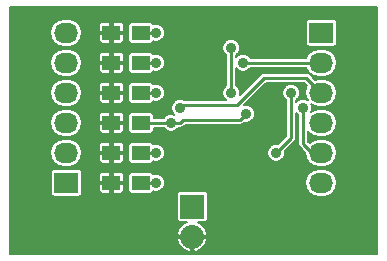
<source format=gbr>
G04 #@! TF.FileFunction,Copper,L2,Bot,Signal*
%FSLAX46Y46*%
G04 Gerber Fmt 4.6, Leading zero omitted, Abs format (unit mm)*
G04 Created by KiCad (PCBNEW (after 2015-mar-04 BZR unknown)-product) date 9/30/2016 11:23:13 AM*
%MOMM*%
G01*
G04 APERTURE LIST*
%ADD10C,0.150000*%
%ADD11R,1.500000X1.250000*%
%ADD12R,2.032000X1.727200*%
%ADD13O,2.032000X1.727200*%
%ADD14R,2.032000X2.032000*%
%ADD15O,2.032000X2.032000*%
%ADD16C,0.889000*%
%ADD17C,0.254000*%
%ADD18C,0.203200*%
G04 APERTURE END LIST*
D10*
D11*
X36810000Y-25400000D03*
X34310000Y-25400000D03*
X36810000Y-27940000D03*
X34310000Y-27940000D03*
X36810000Y-30480000D03*
X34310000Y-30480000D03*
X36810000Y-33020000D03*
X34310000Y-33020000D03*
X36810000Y-35560000D03*
X34310000Y-35560000D03*
X36810000Y-38100000D03*
X34310000Y-38100000D03*
D12*
X30480000Y-38100000D03*
D13*
X30480000Y-35560000D03*
X30480000Y-33020000D03*
X30480000Y-30480000D03*
X30480000Y-27940000D03*
X30480000Y-25400000D03*
D12*
X52070000Y-25400000D03*
D13*
X52070000Y-27940000D03*
X52070000Y-30480000D03*
X52070000Y-33020000D03*
X52070000Y-35560000D03*
X52070000Y-38100000D03*
D14*
X41148000Y-40132000D03*
D15*
X41148000Y-42672000D03*
D16*
X38100000Y-25400000D03*
X41148000Y-33782000D03*
X38100000Y-27940000D03*
X38100000Y-30480000D03*
X39370000Y-33020000D03*
X45720000Y-32258000D03*
X38100000Y-35560000D03*
X38100000Y-38100000D03*
X44450000Y-26670000D03*
X44450000Y-30480000D03*
X45466000Y-27940000D03*
X40132000Y-31750000D03*
X50546000Y-31750000D03*
X48260000Y-35560000D03*
X49530000Y-30480000D03*
D17*
X36810000Y-25400000D02*
X38100000Y-25400000D01*
X36810000Y-27940000D02*
X38100000Y-27940000D01*
X36810000Y-30480000D02*
X38100000Y-30480000D01*
X39370000Y-33020000D02*
X36810000Y-33020000D01*
X40132000Y-33020000D02*
X40386000Y-32766000D01*
X40386000Y-32766000D02*
X43942000Y-32766000D01*
X39370000Y-33020000D02*
X40132000Y-33020000D01*
X45212000Y-32766000D02*
X45720000Y-32258000D01*
X43942000Y-32766000D02*
X45212000Y-32766000D01*
X36810000Y-35560000D02*
X38100000Y-35560000D01*
X36810000Y-38100000D02*
X38100000Y-38100000D01*
X44450000Y-30480000D02*
X44450000Y-26670000D01*
X46990000Y-27940000D02*
X52070000Y-27940000D01*
X46990000Y-27940000D02*
X45466000Y-27940000D01*
X40132000Y-31750000D02*
X40386000Y-31496000D01*
X40386000Y-31496000D02*
X44958000Y-31496000D01*
X44958000Y-31496000D02*
X47244000Y-29210000D01*
X47244000Y-29210000D02*
X50800000Y-29210000D01*
X50800000Y-29210000D02*
X52070000Y-30480000D01*
X51308000Y-35560000D02*
X52070000Y-35560000D01*
X50546000Y-31750000D02*
X50546000Y-34798000D01*
X50546000Y-34798000D02*
X51308000Y-35560000D01*
X49530000Y-34290000D02*
X48260000Y-35560000D01*
X49530000Y-31750000D02*
X49530000Y-34290000D01*
X49530000Y-30480000D02*
X49530000Y-31750000D01*
D18*
G36*
X56795200Y-44095200D02*
X53416676Y-44095200D01*
X53416676Y-38100000D01*
X53416676Y-35560000D01*
X53327737Y-35112873D01*
X53074460Y-34733816D01*
X52695403Y-34480539D01*
X52248276Y-34391600D01*
X51891724Y-34391600D01*
X51444597Y-34480539D01*
X51081685Y-34723027D01*
X50977800Y-34619142D01*
X50977800Y-33714871D01*
X51065540Y-33846184D01*
X51444597Y-34099461D01*
X51891724Y-34188400D01*
X52248276Y-34188400D01*
X52695403Y-34099461D01*
X53074460Y-33846184D01*
X53327737Y-33467127D01*
X53416676Y-33020000D01*
X53327737Y-32572873D01*
X53074460Y-32193816D01*
X52695403Y-31940539D01*
X52248276Y-31851600D01*
X51891724Y-31851600D01*
X51444597Y-31940539D01*
X51214322Y-32094403D01*
X51295170Y-31899699D01*
X51295430Y-31601609D01*
X51214483Y-31405704D01*
X51444597Y-31559461D01*
X51891724Y-31648400D01*
X52248276Y-31648400D01*
X52695403Y-31559461D01*
X53074460Y-31306184D01*
X53327737Y-30927127D01*
X53416676Y-30480000D01*
X53327737Y-30032873D01*
X53074460Y-29653816D01*
X52695403Y-29400539D01*
X52248276Y-29311600D01*
X51891724Y-29311600D01*
X51575215Y-29374557D01*
X51105329Y-28904671D01*
X50965243Y-28811069D01*
X50800000Y-28778200D01*
X47244000Y-28778200D01*
X47078757Y-28811069D01*
X46938671Y-28904671D01*
X45188892Y-30654449D01*
X45199170Y-30629699D01*
X45199430Y-30331609D01*
X45085596Y-30056110D01*
X44881800Y-29851956D01*
X44881800Y-28415376D01*
X45041001Y-28574856D01*
X45316301Y-28689170D01*
X45614391Y-28689430D01*
X45889890Y-28575596D01*
X46094043Y-28371800D01*
X46990000Y-28371800D01*
X50809214Y-28371800D01*
X50812263Y-28387127D01*
X51065540Y-28766184D01*
X51444597Y-29019461D01*
X51891724Y-29108400D01*
X52248276Y-29108400D01*
X52695403Y-29019461D01*
X53074460Y-28766184D01*
X53327737Y-28387127D01*
X53416676Y-27940000D01*
X53396771Y-27839930D01*
X53396771Y-26263600D01*
X53396771Y-24536400D01*
X53374222Y-24420181D01*
X53307123Y-24318035D01*
X53205827Y-24249659D01*
X53086000Y-24225629D01*
X51054000Y-24225629D01*
X50937781Y-24248178D01*
X50835635Y-24315277D01*
X50767259Y-24416573D01*
X50743229Y-24536400D01*
X50743229Y-26263600D01*
X50765778Y-26379819D01*
X50832877Y-26481965D01*
X50934173Y-26550341D01*
X51054000Y-26574371D01*
X53086000Y-26574371D01*
X53202219Y-26551822D01*
X53304365Y-26484723D01*
X53372741Y-26383427D01*
X53396771Y-26263600D01*
X53396771Y-27839930D01*
X53327737Y-27492873D01*
X53074460Y-27113816D01*
X52695403Y-26860539D01*
X52248276Y-26771600D01*
X51891724Y-26771600D01*
X51444597Y-26860539D01*
X51065540Y-27113816D01*
X50812263Y-27492873D01*
X50809214Y-27508200D01*
X46990000Y-27508200D01*
X46093699Y-27508200D01*
X45890999Y-27305144D01*
X45615699Y-27190830D01*
X45317609Y-27190570D01*
X45042110Y-27304404D01*
X44881800Y-27464433D01*
X44881800Y-27297699D01*
X45084856Y-27094999D01*
X45199170Y-26819699D01*
X45199430Y-26521609D01*
X45085596Y-26246110D01*
X44874999Y-26035144D01*
X44599699Y-25920830D01*
X44301609Y-25920570D01*
X44026110Y-26034404D01*
X43815144Y-26245001D01*
X43700830Y-26520301D01*
X43700570Y-26818391D01*
X43814404Y-27093890D01*
X44018200Y-27298043D01*
X44018200Y-29852300D01*
X43815144Y-30055001D01*
X43700830Y-30330301D01*
X43700570Y-30628391D01*
X43814404Y-30903890D01*
X43974433Y-31064200D01*
X40434311Y-31064200D01*
X40281699Y-31000830D01*
X39983609Y-31000570D01*
X39708110Y-31114404D01*
X39497144Y-31325001D01*
X39382830Y-31600301D01*
X39382570Y-31898391D01*
X39496404Y-32173890D01*
X39645192Y-32322939D01*
X39519699Y-32270830D01*
X39221609Y-32270570D01*
X38946110Y-32384404D01*
X38849430Y-32480914D01*
X38849430Y-30331609D01*
X38849430Y-27791609D01*
X38849430Y-25251609D01*
X38735596Y-24976110D01*
X38524999Y-24765144D01*
X38249699Y-24650830D01*
X37951609Y-24650570D01*
X37854420Y-24690727D01*
X37848222Y-24658781D01*
X37781123Y-24556635D01*
X37679827Y-24488259D01*
X37560000Y-24464229D01*
X36060000Y-24464229D01*
X35943781Y-24486778D01*
X35841635Y-24553877D01*
X35773259Y-24655173D01*
X35749229Y-24775000D01*
X35749229Y-26025000D01*
X35771778Y-26141219D01*
X35838877Y-26243365D01*
X35940173Y-26311741D01*
X36060000Y-26335771D01*
X37560000Y-26335771D01*
X37676219Y-26313222D01*
X37778365Y-26246123D01*
X37846741Y-26144827D01*
X37853897Y-26109140D01*
X37950301Y-26149170D01*
X38248391Y-26149430D01*
X38523890Y-26035596D01*
X38734856Y-25824999D01*
X38849170Y-25549699D01*
X38849430Y-25251609D01*
X38849430Y-27791609D01*
X38735596Y-27516110D01*
X38524999Y-27305144D01*
X38249699Y-27190830D01*
X37951609Y-27190570D01*
X37854420Y-27230727D01*
X37848222Y-27198781D01*
X37781123Y-27096635D01*
X37679827Y-27028259D01*
X37560000Y-27004229D01*
X36060000Y-27004229D01*
X35943781Y-27026778D01*
X35841635Y-27093877D01*
X35773259Y-27195173D01*
X35749229Y-27315000D01*
X35749229Y-28565000D01*
X35771778Y-28681219D01*
X35838877Y-28783365D01*
X35940173Y-28851741D01*
X36060000Y-28875771D01*
X37560000Y-28875771D01*
X37676219Y-28853222D01*
X37778365Y-28786123D01*
X37846741Y-28684827D01*
X37853897Y-28649140D01*
X37950301Y-28689170D01*
X38248391Y-28689430D01*
X38523890Y-28575596D01*
X38734856Y-28364999D01*
X38849170Y-28089699D01*
X38849430Y-27791609D01*
X38849430Y-30331609D01*
X38735596Y-30056110D01*
X38524999Y-29845144D01*
X38249699Y-29730830D01*
X37951609Y-29730570D01*
X37854420Y-29770727D01*
X37848222Y-29738781D01*
X37781123Y-29636635D01*
X37679827Y-29568259D01*
X37560000Y-29544229D01*
X36060000Y-29544229D01*
X35943781Y-29566778D01*
X35841635Y-29633877D01*
X35773259Y-29735173D01*
X35749229Y-29855000D01*
X35749229Y-31105000D01*
X35771778Y-31221219D01*
X35838877Y-31323365D01*
X35940173Y-31391741D01*
X36060000Y-31415771D01*
X37560000Y-31415771D01*
X37676219Y-31393222D01*
X37778365Y-31326123D01*
X37846741Y-31224827D01*
X37853897Y-31189140D01*
X37950301Y-31229170D01*
X38248391Y-31229430D01*
X38523890Y-31115596D01*
X38734856Y-30904999D01*
X38849170Y-30629699D01*
X38849430Y-30331609D01*
X38849430Y-32480914D01*
X38741956Y-32588200D01*
X37870771Y-32588200D01*
X37870771Y-32395000D01*
X37848222Y-32278781D01*
X37781123Y-32176635D01*
X37679827Y-32108259D01*
X37560000Y-32084229D01*
X36060000Y-32084229D01*
X35943781Y-32106778D01*
X35841635Y-32173877D01*
X35773259Y-32275173D01*
X35749229Y-32395000D01*
X35749229Y-33645000D01*
X35771778Y-33761219D01*
X35838877Y-33863365D01*
X35940173Y-33931741D01*
X36060000Y-33955771D01*
X37560000Y-33955771D01*
X37676219Y-33933222D01*
X37778365Y-33866123D01*
X37846741Y-33764827D01*
X37870771Y-33645000D01*
X37870771Y-33451800D01*
X38742300Y-33451800D01*
X38945001Y-33654856D01*
X39220301Y-33769170D01*
X39518391Y-33769430D01*
X39793890Y-33655596D01*
X39998043Y-33451800D01*
X40132000Y-33451800D01*
X40297242Y-33418931D01*
X40297243Y-33418931D01*
X40437329Y-33325329D01*
X40564858Y-33197800D01*
X43942000Y-33197800D01*
X45212000Y-33197800D01*
X45377242Y-33164931D01*
X45377243Y-33164931D01*
X45517329Y-33071329D01*
X45581478Y-33007179D01*
X45868391Y-33007430D01*
X46143890Y-32893596D01*
X46354856Y-32682999D01*
X46469170Y-32407699D01*
X46469430Y-32109609D01*
X46355596Y-31834110D01*
X46144999Y-31623144D01*
X45869699Y-31508830D01*
X45571609Y-31508570D01*
X45545159Y-31519498D01*
X47422858Y-29641800D01*
X50621142Y-29641800D01*
X50892352Y-29913010D01*
X50812263Y-30032873D01*
X50723324Y-30480000D01*
X50812263Y-30927127D01*
X50925178Y-31096117D01*
X50695699Y-31000830D01*
X50397609Y-31000570D01*
X50122110Y-31114404D01*
X49961800Y-31274433D01*
X49961800Y-31107699D01*
X50164856Y-30904999D01*
X50279170Y-30629699D01*
X50279430Y-30331609D01*
X50165596Y-30056110D01*
X49954999Y-29845144D01*
X49679699Y-29730830D01*
X49381609Y-29730570D01*
X49106110Y-29844404D01*
X48895144Y-30055001D01*
X48780830Y-30330301D01*
X48780570Y-30628391D01*
X48894404Y-30903890D01*
X49098200Y-31108043D01*
X49098200Y-31750000D01*
X49098200Y-34111142D01*
X48398521Y-34810820D01*
X48111609Y-34810570D01*
X47836110Y-34924404D01*
X47625144Y-35135001D01*
X47510830Y-35410301D01*
X47510570Y-35708391D01*
X47624404Y-35983890D01*
X47835001Y-36194856D01*
X48110301Y-36309170D01*
X48408391Y-36309430D01*
X48683890Y-36195596D01*
X48894856Y-35984999D01*
X49009170Y-35709699D01*
X49009421Y-35421236D01*
X49835329Y-34595329D01*
X49928931Y-34455243D01*
X49961800Y-34290000D01*
X49961800Y-32225376D01*
X50114200Y-32378043D01*
X50114200Y-34798000D01*
X50147069Y-34963243D01*
X50240671Y-35103329D01*
X50729775Y-35592433D01*
X50812263Y-36007127D01*
X51065540Y-36386184D01*
X51444597Y-36639461D01*
X51891724Y-36728400D01*
X52248276Y-36728400D01*
X52695403Y-36639461D01*
X53074460Y-36386184D01*
X53327737Y-36007127D01*
X53416676Y-35560000D01*
X53416676Y-38100000D01*
X53327737Y-37652873D01*
X53074460Y-37273816D01*
X52695403Y-37020539D01*
X52248276Y-36931600D01*
X51891724Y-36931600D01*
X51444597Y-37020539D01*
X51065540Y-37273816D01*
X50812263Y-37652873D01*
X50723324Y-38100000D01*
X50812263Y-38547127D01*
X51065540Y-38926184D01*
X51444597Y-39179461D01*
X51891724Y-39268400D01*
X52248276Y-39268400D01*
X52695403Y-39179461D01*
X53074460Y-38926184D01*
X53327737Y-38547127D01*
X53416676Y-38100000D01*
X53416676Y-44095200D01*
X42474771Y-44095200D01*
X42474771Y-41148000D01*
X42474771Y-39116000D01*
X42452222Y-38999781D01*
X42385123Y-38897635D01*
X42283827Y-38829259D01*
X42164000Y-38805229D01*
X40132000Y-38805229D01*
X40015781Y-38827778D01*
X39913635Y-38894877D01*
X39845259Y-38996173D01*
X39821229Y-39116000D01*
X39821229Y-41148000D01*
X39843778Y-41264219D01*
X39910877Y-41366365D01*
X40012173Y-41434741D01*
X40132000Y-41458771D01*
X40687676Y-41458771D01*
X40383645Y-41594830D01*
X40029613Y-41969331D01*
X39860326Y-42378044D01*
X39906579Y-42583100D01*
X41059100Y-42583100D01*
X41059100Y-42563100D01*
X41236900Y-42563100D01*
X41236900Y-42583100D01*
X42389421Y-42583100D01*
X42435674Y-42378044D01*
X42266387Y-41969331D01*
X41912355Y-41594830D01*
X41608323Y-41458771D01*
X42164000Y-41458771D01*
X42280219Y-41436222D01*
X42382365Y-41369123D01*
X42450741Y-41267827D01*
X42474771Y-41148000D01*
X42474771Y-44095200D01*
X42435674Y-44095200D01*
X42435674Y-42965956D01*
X42389421Y-42760900D01*
X41236900Y-42760900D01*
X41236900Y-43913612D01*
X41441957Y-43959681D01*
X41912355Y-43749170D01*
X42266387Y-43374669D01*
X42435674Y-42965956D01*
X42435674Y-44095200D01*
X41059100Y-44095200D01*
X41059100Y-43913612D01*
X41059100Y-42760900D01*
X39906579Y-42760900D01*
X39860326Y-42965956D01*
X40029613Y-43374669D01*
X40383645Y-43749170D01*
X40854043Y-43959681D01*
X41059100Y-43913612D01*
X41059100Y-44095200D01*
X38849430Y-44095200D01*
X38849430Y-37951609D01*
X38849430Y-35411609D01*
X38735596Y-35136110D01*
X38524999Y-34925144D01*
X38249699Y-34810830D01*
X37951609Y-34810570D01*
X37854420Y-34850727D01*
X37848222Y-34818781D01*
X37781123Y-34716635D01*
X37679827Y-34648259D01*
X37560000Y-34624229D01*
X36060000Y-34624229D01*
X35943781Y-34646778D01*
X35841635Y-34713877D01*
X35773259Y-34815173D01*
X35749229Y-34935000D01*
X35749229Y-36185000D01*
X35771778Y-36301219D01*
X35838877Y-36403365D01*
X35940173Y-36471741D01*
X36060000Y-36495771D01*
X37560000Y-36495771D01*
X37676219Y-36473222D01*
X37778365Y-36406123D01*
X37846741Y-36304827D01*
X37853897Y-36269140D01*
X37950301Y-36309170D01*
X38248391Y-36309430D01*
X38523890Y-36195596D01*
X38734856Y-35984999D01*
X38849170Y-35709699D01*
X38849430Y-35411609D01*
X38849430Y-37951609D01*
X38735596Y-37676110D01*
X38524999Y-37465144D01*
X38249699Y-37350830D01*
X37951609Y-37350570D01*
X37854420Y-37390727D01*
X37848222Y-37358781D01*
X37781123Y-37256635D01*
X37679827Y-37188259D01*
X37560000Y-37164229D01*
X36060000Y-37164229D01*
X35943781Y-37186778D01*
X35841635Y-37253877D01*
X35773259Y-37355173D01*
X35749229Y-37475000D01*
X35749229Y-38725000D01*
X35771778Y-38841219D01*
X35838877Y-38943365D01*
X35940173Y-39011741D01*
X36060000Y-39035771D01*
X37560000Y-39035771D01*
X37676219Y-39013222D01*
X37778365Y-38946123D01*
X37846741Y-38844827D01*
X37853897Y-38809140D01*
X37950301Y-38849170D01*
X38248391Y-38849430D01*
X38523890Y-38735596D01*
X38734856Y-38524999D01*
X38849170Y-38249699D01*
X38849430Y-37951609D01*
X38849430Y-44095200D01*
X35364800Y-44095200D01*
X35364800Y-38785629D01*
X35364800Y-38664372D01*
X35364800Y-38265100D01*
X35364800Y-37934900D01*
X35364800Y-37535628D01*
X35364800Y-37414371D01*
X35364800Y-36245629D01*
X35364800Y-36124372D01*
X35364800Y-35725100D01*
X35364800Y-35394900D01*
X35364800Y-34995628D01*
X35364800Y-34874371D01*
X35364800Y-33705629D01*
X35364800Y-33584372D01*
X35364800Y-33185100D01*
X35364800Y-32854900D01*
X35364800Y-32455628D01*
X35364800Y-32334371D01*
X35364800Y-31165629D01*
X35364800Y-31044372D01*
X35364800Y-30645100D01*
X35364800Y-30314900D01*
X35364800Y-29915628D01*
X35364800Y-29794371D01*
X35364800Y-28625629D01*
X35364800Y-28504372D01*
X35364800Y-28105100D01*
X35364800Y-27774900D01*
X35364800Y-27375628D01*
X35364800Y-27254371D01*
X35364800Y-26085629D01*
X35364800Y-25964372D01*
X35364800Y-25565100D01*
X35364800Y-25234900D01*
X35364800Y-24835628D01*
X35364800Y-24714371D01*
X35318397Y-24602344D01*
X35232655Y-24516603D01*
X35120628Y-24470200D01*
X34475100Y-24470200D01*
X34398900Y-24546400D01*
X34398900Y-25311100D01*
X35288600Y-25311100D01*
X35364800Y-25234900D01*
X35364800Y-25565100D01*
X35288600Y-25488900D01*
X34398900Y-25488900D01*
X34398900Y-26253600D01*
X34475100Y-26329800D01*
X35120628Y-26329800D01*
X35232655Y-26283397D01*
X35318397Y-26197656D01*
X35364800Y-26085629D01*
X35364800Y-27254371D01*
X35318397Y-27142344D01*
X35232655Y-27056603D01*
X35120628Y-27010200D01*
X34475100Y-27010200D01*
X34398900Y-27086400D01*
X34398900Y-27851100D01*
X35288600Y-27851100D01*
X35364800Y-27774900D01*
X35364800Y-28105100D01*
X35288600Y-28028900D01*
X34398900Y-28028900D01*
X34398900Y-28793600D01*
X34475100Y-28869800D01*
X35120628Y-28869800D01*
X35232655Y-28823397D01*
X35318397Y-28737656D01*
X35364800Y-28625629D01*
X35364800Y-29794371D01*
X35318397Y-29682344D01*
X35232655Y-29596603D01*
X35120628Y-29550200D01*
X34475100Y-29550200D01*
X34398900Y-29626400D01*
X34398900Y-30391100D01*
X35288600Y-30391100D01*
X35364800Y-30314900D01*
X35364800Y-30645100D01*
X35288600Y-30568900D01*
X34398900Y-30568900D01*
X34398900Y-31333600D01*
X34475100Y-31409800D01*
X35120628Y-31409800D01*
X35232655Y-31363397D01*
X35318397Y-31277656D01*
X35364800Y-31165629D01*
X35364800Y-32334371D01*
X35318397Y-32222344D01*
X35232655Y-32136603D01*
X35120628Y-32090200D01*
X34475100Y-32090200D01*
X34398900Y-32166400D01*
X34398900Y-32931100D01*
X35288600Y-32931100D01*
X35364800Y-32854900D01*
X35364800Y-33185100D01*
X35288600Y-33108900D01*
X34398900Y-33108900D01*
X34398900Y-33873600D01*
X34475100Y-33949800D01*
X35120628Y-33949800D01*
X35232655Y-33903397D01*
X35318397Y-33817656D01*
X35364800Y-33705629D01*
X35364800Y-34874371D01*
X35318397Y-34762344D01*
X35232655Y-34676603D01*
X35120628Y-34630200D01*
X34475100Y-34630200D01*
X34398900Y-34706400D01*
X34398900Y-35471100D01*
X35288600Y-35471100D01*
X35364800Y-35394900D01*
X35364800Y-35725100D01*
X35288600Y-35648900D01*
X34398900Y-35648900D01*
X34398900Y-36413600D01*
X34475100Y-36489800D01*
X35120628Y-36489800D01*
X35232655Y-36443397D01*
X35318397Y-36357656D01*
X35364800Y-36245629D01*
X35364800Y-37414371D01*
X35318397Y-37302344D01*
X35232655Y-37216603D01*
X35120628Y-37170200D01*
X34475100Y-37170200D01*
X34398900Y-37246400D01*
X34398900Y-38011100D01*
X35288600Y-38011100D01*
X35364800Y-37934900D01*
X35364800Y-38265100D01*
X35288600Y-38188900D01*
X34398900Y-38188900D01*
X34398900Y-38953600D01*
X34475100Y-39029800D01*
X35120628Y-39029800D01*
X35232655Y-38983397D01*
X35318397Y-38897656D01*
X35364800Y-38785629D01*
X35364800Y-44095200D01*
X34221100Y-44095200D01*
X34221100Y-38953600D01*
X34221100Y-38188900D01*
X34221100Y-38011100D01*
X34221100Y-37246400D01*
X34221100Y-36413600D01*
X34221100Y-35648900D01*
X34221100Y-35471100D01*
X34221100Y-34706400D01*
X34221100Y-33873600D01*
X34221100Y-33108900D01*
X34221100Y-32931100D01*
X34221100Y-32166400D01*
X34221100Y-31333600D01*
X34221100Y-30568900D01*
X34221100Y-30391100D01*
X34221100Y-29626400D01*
X34221100Y-28793600D01*
X34221100Y-28028900D01*
X34221100Y-27851100D01*
X34221100Y-27086400D01*
X34221100Y-26253600D01*
X34221100Y-25488900D01*
X34221100Y-25311100D01*
X34221100Y-24546400D01*
X34144900Y-24470200D01*
X33499372Y-24470200D01*
X33387345Y-24516603D01*
X33301603Y-24602344D01*
X33255200Y-24714371D01*
X33255200Y-24835628D01*
X33255200Y-25234900D01*
X33331400Y-25311100D01*
X34221100Y-25311100D01*
X34221100Y-25488900D01*
X33331400Y-25488900D01*
X33255200Y-25565100D01*
X33255200Y-25964372D01*
X33255200Y-26085629D01*
X33301603Y-26197656D01*
X33387345Y-26283397D01*
X33499372Y-26329800D01*
X34144900Y-26329800D01*
X34221100Y-26253600D01*
X34221100Y-27086400D01*
X34144900Y-27010200D01*
X33499372Y-27010200D01*
X33387345Y-27056603D01*
X33301603Y-27142344D01*
X33255200Y-27254371D01*
X33255200Y-27375628D01*
X33255200Y-27774900D01*
X33331400Y-27851100D01*
X34221100Y-27851100D01*
X34221100Y-28028900D01*
X33331400Y-28028900D01*
X33255200Y-28105100D01*
X33255200Y-28504372D01*
X33255200Y-28625629D01*
X33301603Y-28737656D01*
X33387345Y-28823397D01*
X33499372Y-28869800D01*
X34144900Y-28869800D01*
X34221100Y-28793600D01*
X34221100Y-29626400D01*
X34144900Y-29550200D01*
X33499372Y-29550200D01*
X33387345Y-29596603D01*
X33301603Y-29682344D01*
X33255200Y-29794371D01*
X33255200Y-29915628D01*
X33255200Y-30314900D01*
X33331400Y-30391100D01*
X34221100Y-30391100D01*
X34221100Y-30568900D01*
X33331400Y-30568900D01*
X33255200Y-30645100D01*
X33255200Y-31044372D01*
X33255200Y-31165629D01*
X33301603Y-31277656D01*
X33387345Y-31363397D01*
X33499372Y-31409800D01*
X34144900Y-31409800D01*
X34221100Y-31333600D01*
X34221100Y-32166400D01*
X34144900Y-32090200D01*
X33499372Y-32090200D01*
X33387345Y-32136603D01*
X33301603Y-32222344D01*
X33255200Y-32334371D01*
X33255200Y-32455628D01*
X33255200Y-32854900D01*
X33331400Y-32931100D01*
X34221100Y-32931100D01*
X34221100Y-33108900D01*
X33331400Y-33108900D01*
X33255200Y-33185100D01*
X33255200Y-33584372D01*
X33255200Y-33705629D01*
X33301603Y-33817656D01*
X33387345Y-33903397D01*
X33499372Y-33949800D01*
X34144900Y-33949800D01*
X34221100Y-33873600D01*
X34221100Y-34706400D01*
X34144900Y-34630200D01*
X33499372Y-34630200D01*
X33387345Y-34676603D01*
X33301603Y-34762344D01*
X33255200Y-34874371D01*
X33255200Y-34995628D01*
X33255200Y-35394900D01*
X33331400Y-35471100D01*
X34221100Y-35471100D01*
X34221100Y-35648900D01*
X33331400Y-35648900D01*
X33255200Y-35725100D01*
X33255200Y-36124372D01*
X33255200Y-36245629D01*
X33301603Y-36357656D01*
X33387345Y-36443397D01*
X33499372Y-36489800D01*
X34144900Y-36489800D01*
X34221100Y-36413600D01*
X34221100Y-37246400D01*
X34144900Y-37170200D01*
X33499372Y-37170200D01*
X33387345Y-37216603D01*
X33301603Y-37302344D01*
X33255200Y-37414371D01*
X33255200Y-37535628D01*
X33255200Y-37934900D01*
X33331400Y-38011100D01*
X34221100Y-38011100D01*
X34221100Y-38188900D01*
X33331400Y-38188900D01*
X33255200Y-38265100D01*
X33255200Y-38664372D01*
X33255200Y-38785629D01*
X33301603Y-38897656D01*
X33387345Y-38983397D01*
X33499372Y-39029800D01*
X34144900Y-39029800D01*
X34221100Y-38953600D01*
X34221100Y-44095200D01*
X31826676Y-44095200D01*
X31826676Y-35560000D01*
X31826676Y-33020000D01*
X31826676Y-30480000D01*
X31826676Y-27940000D01*
X31826676Y-25400000D01*
X31737737Y-24952873D01*
X31484460Y-24573816D01*
X31105403Y-24320539D01*
X30658276Y-24231600D01*
X30301724Y-24231600D01*
X29854597Y-24320539D01*
X29475540Y-24573816D01*
X29222263Y-24952873D01*
X29133324Y-25400000D01*
X29222263Y-25847127D01*
X29475540Y-26226184D01*
X29854597Y-26479461D01*
X30301724Y-26568400D01*
X30658276Y-26568400D01*
X31105403Y-26479461D01*
X31484460Y-26226184D01*
X31737737Y-25847127D01*
X31826676Y-25400000D01*
X31826676Y-27940000D01*
X31737737Y-27492873D01*
X31484460Y-27113816D01*
X31105403Y-26860539D01*
X30658276Y-26771600D01*
X30301724Y-26771600D01*
X29854597Y-26860539D01*
X29475540Y-27113816D01*
X29222263Y-27492873D01*
X29133324Y-27940000D01*
X29222263Y-28387127D01*
X29475540Y-28766184D01*
X29854597Y-29019461D01*
X30301724Y-29108400D01*
X30658276Y-29108400D01*
X31105403Y-29019461D01*
X31484460Y-28766184D01*
X31737737Y-28387127D01*
X31826676Y-27940000D01*
X31826676Y-30480000D01*
X31737737Y-30032873D01*
X31484460Y-29653816D01*
X31105403Y-29400539D01*
X30658276Y-29311600D01*
X30301724Y-29311600D01*
X29854597Y-29400539D01*
X29475540Y-29653816D01*
X29222263Y-30032873D01*
X29133324Y-30480000D01*
X29222263Y-30927127D01*
X29475540Y-31306184D01*
X29854597Y-31559461D01*
X30301724Y-31648400D01*
X30658276Y-31648400D01*
X31105403Y-31559461D01*
X31484460Y-31306184D01*
X31737737Y-30927127D01*
X31826676Y-30480000D01*
X31826676Y-33020000D01*
X31737737Y-32572873D01*
X31484460Y-32193816D01*
X31105403Y-31940539D01*
X30658276Y-31851600D01*
X30301724Y-31851600D01*
X29854597Y-31940539D01*
X29475540Y-32193816D01*
X29222263Y-32572873D01*
X29133324Y-33020000D01*
X29222263Y-33467127D01*
X29475540Y-33846184D01*
X29854597Y-34099461D01*
X30301724Y-34188400D01*
X30658276Y-34188400D01*
X31105403Y-34099461D01*
X31484460Y-33846184D01*
X31737737Y-33467127D01*
X31826676Y-33020000D01*
X31826676Y-35560000D01*
X31737737Y-35112873D01*
X31484460Y-34733816D01*
X31105403Y-34480539D01*
X30658276Y-34391600D01*
X30301724Y-34391600D01*
X29854597Y-34480539D01*
X29475540Y-34733816D01*
X29222263Y-35112873D01*
X29133324Y-35560000D01*
X29222263Y-36007127D01*
X29475540Y-36386184D01*
X29854597Y-36639461D01*
X30301724Y-36728400D01*
X30658276Y-36728400D01*
X31105403Y-36639461D01*
X31484460Y-36386184D01*
X31737737Y-36007127D01*
X31826676Y-35560000D01*
X31826676Y-44095200D01*
X31806771Y-44095200D01*
X31806771Y-38963600D01*
X31806771Y-37236400D01*
X31784222Y-37120181D01*
X31717123Y-37018035D01*
X31615827Y-36949659D01*
X31496000Y-36925629D01*
X29464000Y-36925629D01*
X29347781Y-36948178D01*
X29245635Y-37015277D01*
X29177259Y-37116573D01*
X29153229Y-37236400D01*
X29153229Y-38963600D01*
X29175778Y-39079819D01*
X29242877Y-39181965D01*
X29344173Y-39250341D01*
X29464000Y-39274371D01*
X31496000Y-39274371D01*
X31612219Y-39251822D01*
X31714365Y-39184723D01*
X31782741Y-39083427D01*
X31806771Y-38963600D01*
X31806771Y-44095200D01*
X25754800Y-44095200D01*
X25754800Y-23214800D01*
X56795200Y-23214800D01*
X56795200Y-43180000D01*
X56795200Y-44095200D01*
X56795200Y-44095200D01*
G37*
X56795200Y-44095200D02*
X53416676Y-44095200D01*
X53416676Y-38100000D01*
X53416676Y-35560000D01*
X53327737Y-35112873D01*
X53074460Y-34733816D01*
X52695403Y-34480539D01*
X52248276Y-34391600D01*
X51891724Y-34391600D01*
X51444597Y-34480539D01*
X51081685Y-34723027D01*
X50977800Y-34619142D01*
X50977800Y-33714871D01*
X51065540Y-33846184D01*
X51444597Y-34099461D01*
X51891724Y-34188400D01*
X52248276Y-34188400D01*
X52695403Y-34099461D01*
X53074460Y-33846184D01*
X53327737Y-33467127D01*
X53416676Y-33020000D01*
X53327737Y-32572873D01*
X53074460Y-32193816D01*
X52695403Y-31940539D01*
X52248276Y-31851600D01*
X51891724Y-31851600D01*
X51444597Y-31940539D01*
X51214322Y-32094403D01*
X51295170Y-31899699D01*
X51295430Y-31601609D01*
X51214483Y-31405704D01*
X51444597Y-31559461D01*
X51891724Y-31648400D01*
X52248276Y-31648400D01*
X52695403Y-31559461D01*
X53074460Y-31306184D01*
X53327737Y-30927127D01*
X53416676Y-30480000D01*
X53327737Y-30032873D01*
X53074460Y-29653816D01*
X52695403Y-29400539D01*
X52248276Y-29311600D01*
X51891724Y-29311600D01*
X51575215Y-29374557D01*
X51105329Y-28904671D01*
X50965243Y-28811069D01*
X50800000Y-28778200D01*
X47244000Y-28778200D01*
X47078757Y-28811069D01*
X46938671Y-28904671D01*
X45188892Y-30654449D01*
X45199170Y-30629699D01*
X45199430Y-30331609D01*
X45085596Y-30056110D01*
X44881800Y-29851956D01*
X44881800Y-28415376D01*
X45041001Y-28574856D01*
X45316301Y-28689170D01*
X45614391Y-28689430D01*
X45889890Y-28575596D01*
X46094043Y-28371800D01*
X46990000Y-28371800D01*
X50809214Y-28371800D01*
X50812263Y-28387127D01*
X51065540Y-28766184D01*
X51444597Y-29019461D01*
X51891724Y-29108400D01*
X52248276Y-29108400D01*
X52695403Y-29019461D01*
X53074460Y-28766184D01*
X53327737Y-28387127D01*
X53416676Y-27940000D01*
X53396771Y-27839930D01*
X53396771Y-26263600D01*
X53396771Y-24536400D01*
X53374222Y-24420181D01*
X53307123Y-24318035D01*
X53205827Y-24249659D01*
X53086000Y-24225629D01*
X51054000Y-24225629D01*
X50937781Y-24248178D01*
X50835635Y-24315277D01*
X50767259Y-24416573D01*
X50743229Y-24536400D01*
X50743229Y-26263600D01*
X50765778Y-26379819D01*
X50832877Y-26481965D01*
X50934173Y-26550341D01*
X51054000Y-26574371D01*
X53086000Y-26574371D01*
X53202219Y-26551822D01*
X53304365Y-26484723D01*
X53372741Y-26383427D01*
X53396771Y-26263600D01*
X53396771Y-27839930D01*
X53327737Y-27492873D01*
X53074460Y-27113816D01*
X52695403Y-26860539D01*
X52248276Y-26771600D01*
X51891724Y-26771600D01*
X51444597Y-26860539D01*
X51065540Y-27113816D01*
X50812263Y-27492873D01*
X50809214Y-27508200D01*
X46990000Y-27508200D01*
X46093699Y-27508200D01*
X45890999Y-27305144D01*
X45615699Y-27190830D01*
X45317609Y-27190570D01*
X45042110Y-27304404D01*
X44881800Y-27464433D01*
X44881800Y-27297699D01*
X45084856Y-27094999D01*
X45199170Y-26819699D01*
X45199430Y-26521609D01*
X45085596Y-26246110D01*
X44874999Y-26035144D01*
X44599699Y-25920830D01*
X44301609Y-25920570D01*
X44026110Y-26034404D01*
X43815144Y-26245001D01*
X43700830Y-26520301D01*
X43700570Y-26818391D01*
X43814404Y-27093890D01*
X44018200Y-27298043D01*
X44018200Y-29852300D01*
X43815144Y-30055001D01*
X43700830Y-30330301D01*
X43700570Y-30628391D01*
X43814404Y-30903890D01*
X43974433Y-31064200D01*
X40434311Y-31064200D01*
X40281699Y-31000830D01*
X39983609Y-31000570D01*
X39708110Y-31114404D01*
X39497144Y-31325001D01*
X39382830Y-31600301D01*
X39382570Y-31898391D01*
X39496404Y-32173890D01*
X39645192Y-32322939D01*
X39519699Y-32270830D01*
X39221609Y-32270570D01*
X38946110Y-32384404D01*
X38849430Y-32480914D01*
X38849430Y-30331609D01*
X38849430Y-27791609D01*
X38849430Y-25251609D01*
X38735596Y-24976110D01*
X38524999Y-24765144D01*
X38249699Y-24650830D01*
X37951609Y-24650570D01*
X37854420Y-24690727D01*
X37848222Y-24658781D01*
X37781123Y-24556635D01*
X37679827Y-24488259D01*
X37560000Y-24464229D01*
X36060000Y-24464229D01*
X35943781Y-24486778D01*
X35841635Y-24553877D01*
X35773259Y-24655173D01*
X35749229Y-24775000D01*
X35749229Y-26025000D01*
X35771778Y-26141219D01*
X35838877Y-26243365D01*
X35940173Y-26311741D01*
X36060000Y-26335771D01*
X37560000Y-26335771D01*
X37676219Y-26313222D01*
X37778365Y-26246123D01*
X37846741Y-26144827D01*
X37853897Y-26109140D01*
X37950301Y-26149170D01*
X38248391Y-26149430D01*
X38523890Y-26035596D01*
X38734856Y-25824999D01*
X38849170Y-25549699D01*
X38849430Y-25251609D01*
X38849430Y-27791609D01*
X38735596Y-27516110D01*
X38524999Y-27305144D01*
X38249699Y-27190830D01*
X37951609Y-27190570D01*
X37854420Y-27230727D01*
X37848222Y-27198781D01*
X37781123Y-27096635D01*
X37679827Y-27028259D01*
X37560000Y-27004229D01*
X36060000Y-27004229D01*
X35943781Y-27026778D01*
X35841635Y-27093877D01*
X35773259Y-27195173D01*
X35749229Y-27315000D01*
X35749229Y-28565000D01*
X35771778Y-28681219D01*
X35838877Y-28783365D01*
X35940173Y-28851741D01*
X36060000Y-28875771D01*
X37560000Y-28875771D01*
X37676219Y-28853222D01*
X37778365Y-28786123D01*
X37846741Y-28684827D01*
X37853897Y-28649140D01*
X37950301Y-28689170D01*
X38248391Y-28689430D01*
X38523890Y-28575596D01*
X38734856Y-28364999D01*
X38849170Y-28089699D01*
X38849430Y-27791609D01*
X38849430Y-30331609D01*
X38735596Y-30056110D01*
X38524999Y-29845144D01*
X38249699Y-29730830D01*
X37951609Y-29730570D01*
X37854420Y-29770727D01*
X37848222Y-29738781D01*
X37781123Y-29636635D01*
X37679827Y-29568259D01*
X37560000Y-29544229D01*
X36060000Y-29544229D01*
X35943781Y-29566778D01*
X35841635Y-29633877D01*
X35773259Y-29735173D01*
X35749229Y-29855000D01*
X35749229Y-31105000D01*
X35771778Y-31221219D01*
X35838877Y-31323365D01*
X35940173Y-31391741D01*
X36060000Y-31415771D01*
X37560000Y-31415771D01*
X37676219Y-31393222D01*
X37778365Y-31326123D01*
X37846741Y-31224827D01*
X37853897Y-31189140D01*
X37950301Y-31229170D01*
X38248391Y-31229430D01*
X38523890Y-31115596D01*
X38734856Y-30904999D01*
X38849170Y-30629699D01*
X38849430Y-30331609D01*
X38849430Y-32480914D01*
X38741956Y-32588200D01*
X37870771Y-32588200D01*
X37870771Y-32395000D01*
X37848222Y-32278781D01*
X37781123Y-32176635D01*
X37679827Y-32108259D01*
X37560000Y-32084229D01*
X36060000Y-32084229D01*
X35943781Y-32106778D01*
X35841635Y-32173877D01*
X35773259Y-32275173D01*
X35749229Y-32395000D01*
X35749229Y-33645000D01*
X35771778Y-33761219D01*
X35838877Y-33863365D01*
X35940173Y-33931741D01*
X36060000Y-33955771D01*
X37560000Y-33955771D01*
X37676219Y-33933222D01*
X37778365Y-33866123D01*
X37846741Y-33764827D01*
X37870771Y-33645000D01*
X37870771Y-33451800D01*
X38742300Y-33451800D01*
X38945001Y-33654856D01*
X39220301Y-33769170D01*
X39518391Y-33769430D01*
X39793890Y-33655596D01*
X39998043Y-33451800D01*
X40132000Y-33451800D01*
X40297242Y-33418931D01*
X40297243Y-33418931D01*
X40437329Y-33325329D01*
X40564858Y-33197800D01*
X43942000Y-33197800D01*
X45212000Y-33197800D01*
X45377242Y-33164931D01*
X45377243Y-33164931D01*
X45517329Y-33071329D01*
X45581478Y-33007179D01*
X45868391Y-33007430D01*
X46143890Y-32893596D01*
X46354856Y-32682999D01*
X46469170Y-32407699D01*
X46469430Y-32109609D01*
X46355596Y-31834110D01*
X46144999Y-31623144D01*
X45869699Y-31508830D01*
X45571609Y-31508570D01*
X45545159Y-31519498D01*
X47422858Y-29641800D01*
X50621142Y-29641800D01*
X50892352Y-29913010D01*
X50812263Y-30032873D01*
X50723324Y-30480000D01*
X50812263Y-30927127D01*
X50925178Y-31096117D01*
X50695699Y-31000830D01*
X50397609Y-31000570D01*
X50122110Y-31114404D01*
X49961800Y-31274433D01*
X49961800Y-31107699D01*
X50164856Y-30904999D01*
X50279170Y-30629699D01*
X50279430Y-30331609D01*
X50165596Y-30056110D01*
X49954999Y-29845144D01*
X49679699Y-29730830D01*
X49381609Y-29730570D01*
X49106110Y-29844404D01*
X48895144Y-30055001D01*
X48780830Y-30330301D01*
X48780570Y-30628391D01*
X48894404Y-30903890D01*
X49098200Y-31108043D01*
X49098200Y-31750000D01*
X49098200Y-34111142D01*
X48398521Y-34810820D01*
X48111609Y-34810570D01*
X47836110Y-34924404D01*
X47625144Y-35135001D01*
X47510830Y-35410301D01*
X47510570Y-35708391D01*
X47624404Y-35983890D01*
X47835001Y-36194856D01*
X48110301Y-36309170D01*
X48408391Y-36309430D01*
X48683890Y-36195596D01*
X48894856Y-35984999D01*
X49009170Y-35709699D01*
X49009421Y-35421236D01*
X49835329Y-34595329D01*
X49928931Y-34455243D01*
X49961800Y-34290000D01*
X49961800Y-32225376D01*
X50114200Y-32378043D01*
X50114200Y-34798000D01*
X50147069Y-34963243D01*
X50240671Y-35103329D01*
X50729775Y-35592433D01*
X50812263Y-36007127D01*
X51065540Y-36386184D01*
X51444597Y-36639461D01*
X51891724Y-36728400D01*
X52248276Y-36728400D01*
X52695403Y-36639461D01*
X53074460Y-36386184D01*
X53327737Y-36007127D01*
X53416676Y-35560000D01*
X53416676Y-38100000D01*
X53327737Y-37652873D01*
X53074460Y-37273816D01*
X52695403Y-37020539D01*
X52248276Y-36931600D01*
X51891724Y-36931600D01*
X51444597Y-37020539D01*
X51065540Y-37273816D01*
X50812263Y-37652873D01*
X50723324Y-38100000D01*
X50812263Y-38547127D01*
X51065540Y-38926184D01*
X51444597Y-39179461D01*
X51891724Y-39268400D01*
X52248276Y-39268400D01*
X52695403Y-39179461D01*
X53074460Y-38926184D01*
X53327737Y-38547127D01*
X53416676Y-38100000D01*
X53416676Y-44095200D01*
X42474771Y-44095200D01*
X42474771Y-41148000D01*
X42474771Y-39116000D01*
X42452222Y-38999781D01*
X42385123Y-38897635D01*
X42283827Y-38829259D01*
X42164000Y-38805229D01*
X40132000Y-38805229D01*
X40015781Y-38827778D01*
X39913635Y-38894877D01*
X39845259Y-38996173D01*
X39821229Y-39116000D01*
X39821229Y-41148000D01*
X39843778Y-41264219D01*
X39910877Y-41366365D01*
X40012173Y-41434741D01*
X40132000Y-41458771D01*
X40687676Y-41458771D01*
X40383645Y-41594830D01*
X40029613Y-41969331D01*
X39860326Y-42378044D01*
X39906579Y-42583100D01*
X41059100Y-42583100D01*
X41059100Y-42563100D01*
X41236900Y-42563100D01*
X41236900Y-42583100D01*
X42389421Y-42583100D01*
X42435674Y-42378044D01*
X42266387Y-41969331D01*
X41912355Y-41594830D01*
X41608323Y-41458771D01*
X42164000Y-41458771D01*
X42280219Y-41436222D01*
X42382365Y-41369123D01*
X42450741Y-41267827D01*
X42474771Y-41148000D01*
X42474771Y-44095200D01*
X42435674Y-44095200D01*
X42435674Y-42965956D01*
X42389421Y-42760900D01*
X41236900Y-42760900D01*
X41236900Y-43913612D01*
X41441957Y-43959681D01*
X41912355Y-43749170D01*
X42266387Y-43374669D01*
X42435674Y-42965956D01*
X42435674Y-44095200D01*
X41059100Y-44095200D01*
X41059100Y-43913612D01*
X41059100Y-42760900D01*
X39906579Y-42760900D01*
X39860326Y-42965956D01*
X40029613Y-43374669D01*
X40383645Y-43749170D01*
X40854043Y-43959681D01*
X41059100Y-43913612D01*
X41059100Y-44095200D01*
X38849430Y-44095200D01*
X38849430Y-37951609D01*
X38849430Y-35411609D01*
X38735596Y-35136110D01*
X38524999Y-34925144D01*
X38249699Y-34810830D01*
X37951609Y-34810570D01*
X37854420Y-34850727D01*
X37848222Y-34818781D01*
X37781123Y-34716635D01*
X37679827Y-34648259D01*
X37560000Y-34624229D01*
X36060000Y-34624229D01*
X35943781Y-34646778D01*
X35841635Y-34713877D01*
X35773259Y-34815173D01*
X35749229Y-34935000D01*
X35749229Y-36185000D01*
X35771778Y-36301219D01*
X35838877Y-36403365D01*
X35940173Y-36471741D01*
X36060000Y-36495771D01*
X37560000Y-36495771D01*
X37676219Y-36473222D01*
X37778365Y-36406123D01*
X37846741Y-36304827D01*
X37853897Y-36269140D01*
X37950301Y-36309170D01*
X38248391Y-36309430D01*
X38523890Y-36195596D01*
X38734856Y-35984999D01*
X38849170Y-35709699D01*
X38849430Y-35411609D01*
X38849430Y-37951609D01*
X38735596Y-37676110D01*
X38524999Y-37465144D01*
X38249699Y-37350830D01*
X37951609Y-37350570D01*
X37854420Y-37390727D01*
X37848222Y-37358781D01*
X37781123Y-37256635D01*
X37679827Y-37188259D01*
X37560000Y-37164229D01*
X36060000Y-37164229D01*
X35943781Y-37186778D01*
X35841635Y-37253877D01*
X35773259Y-37355173D01*
X35749229Y-37475000D01*
X35749229Y-38725000D01*
X35771778Y-38841219D01*
X35838877Y-38943365D01*
X35940173Y-39011741D01*
X36060000Y-39035771D01*
X37560000Y-39035771D01*
X37676219Y-39013222D01*
X37778365Y-38946123D01*
X37846741Y-38844827D01*
X37853897Y-38809140D01*
X37950301Y-38849170D01*
X38248391Y-38849430D01*
X38523890Y-38735596D01*
X38734856Y-38524999D01*
X38849170Y-38249699D01*
X38849430Y-37951609D01*
X38849430Y-44095200D01*
X35364800Y-44095200D01*
X35364800Y-38785629D01*
X35364800Y-38664372D01*
X35364800Y-38265100D01*
X35364800Y-37934900D01*
X35364800Y-37535628D01*
X35364800Y-37414371D01*
X35364800Y-36245629D01*
X35364800Y-36124372D01*
X35364800Y-35725100D01*
X35364800Y-35394900D01*
X35364800Y-34995628D01*
X35364800Y-34874371D01*
X35364800Y-33705629D01*
X35364800Y-33584372D01*
X35364800Y-33185100D01*
X35364800Y-32854900D01*
X35364800Y-32455628D01*
X35364800Y-32334371D01*
X35364800Y-31165629D01*
X35364800Y-31044372D01*
X35364800Y-30645100D01*
X35364800Y-30314900D01*
X35364800Y-29915628D01*
X35364800Y-29794371D01*
X35364800Y-28625629D01*
X35364800Y-28504372D01*
X35364800Y-28105100D01*
X35364800Y-27774900D01*
X35364800Y-27375628D01*
X35364800Y-27254371D01*
X35364800Y-26085629D01*
X35364800Y-25964372D01*
X35364800Y-25565100D01*
X35364800Y-25234900D01*
X35364800Y-24835628D01*
X35364800Y-24714371D01*
X35318397Y-24602344D01*
X35232655Y-24516603D01*
X35120628Y-24470200D01*
X34475100Y-24470200D01*
X34398900Y-24546400D01*
X34398900Y-25311100D01*
X35288600Y-25311100D01*
X35364800Y-25234900D01*
X35364800Y-25565100D01*
X35288600Y-25488900D01*
X34398900Y-25488900D01*
X34398900Y-26253600D01*
X34475100Y-26329800D01*
X35120628Y-26329800D01*
X35232655Y-26283397D01*
X35318397Y-26197656D01*
X35364800Y-26085629D01*
X35364800Y-27254371D01*
X35318397Y-27142344D01*
X35232655Y-27056603D01*
X35120628Y-27010200D01*
X34475100Y-27010200D01*
X34398900Y-27086400D01*
X34398900Y-27851100D01*
X35288600Y-27851100D01*
X35364800Y-27774900D01*
X35364800Y-28105100D01*
X35288600Y-28028900D01*
X34398900Y-28028900D01*
X34398900Y-28793600D01*
X34475100Y-28869800D01*
X35120628Y-28869800D01*
X35232655Y-28823397D01*
X35318397Y-28737656D01*
X35364800Y-28625629D01*
X35364800Y-29794371D01*
X35318397Y-29682344D01*
X35232655Y-29596603D01*
X35120628Y-29550200D01*
X34475100Y-29550200D01*
X34398900Y-29626400D01*
X34398900Y-30391100D01*
X35288600Y-30391100D01*
X35364800Y-30314900D01*
X35364800Y-30645100D01*
X35288600Y-30568900D01*
X34398900Y-30568900D01*
X34398900Y-31333600D01*
X34475100Y-31409800D01*
X35120628Y-31409800D01*
X35232655Y-31363397D01*
X35318397Y-31277656D01*
X35364800Y-31165629D01*
X35364800Y-32334371D01*
X35318397Y-32222344D01*
X35232655Y-32136603D01*
X35120628Y-32090200D01*
X34475100Y-32090200D01*
X34398900Y-32166400D01*
X34398900Y-32931100D01*
X35288600Y-32931100D01*
X35364800Y-32854900D01*
X35364800Y-33185100D01*
X35288600Y-33108900D01*
X34398900Y-33108900D01*
X34398900Y-33873600D01*
X34475100Y-33949800D01*
X35120628Y-33949800D01*
X35232655Y-33903397D01*
X35318397Y-33817656D01*
X35364800Y-33705629D01*
X35364800Y-34874371D01*
X35318397Y-34762344D01*
X35232655Y-34676603D01*
X35120628Y-34630200D01*
X34475100Y-34630200D01*
X34398900Y-34706400D01*
X34398900Y-35471100D01*
X35288600Y-35471100D01*
X35364800Y-35394900D01*
X35364800Y-35725100D01*
X35288600Y-35648900D01*
X34398900Y-35648900D01*
X34398900Y-36413600D01*
X34475100Y-36489800D01*
X35120628Y-36489800D01*
X35232655Y-36443397D01*
X35318397Y-36357656D01*
X35364800Y-36245629D01*
X35364800Y-37414371D01*
X35318397Y-37302344D01*
X35232655Y-37216603D01*
X35120628Y-37170200D01*
X34475100Y-37170200D01*
X34398900Y-37246400D01*
X34398900Y-38011100D01*
X35288600Y-38011100D01*
X35364800Y-37934900D01*
X35364800Y-38265100D01*
X35288600Y-38188900D01*
X34398900Y-38188900D01*
X34398900Y-38953600D01*
X34475100Y-39029800D01*
X35120628Y-39029800D01*
X35232655Y-38983397D01*
X35318397Y-38897656D01*
X35364800Y-38785629D01*
X35364800Y-44095200D01*
X34221100Y-44095200D01*
X34221100Y-38953600D01*
X34221100Y-38188900D01*
X34221100Y-38011100D01*
X34221100Y-37246400D01*
X34221100Y-36413600D01*
X34221100Y-35648900D01*
X34221100Y-35471100D01*
X34221100Y-34706400D01*
X34221100Y-33873600D01*
X34221100Y-33108900D01*
X34221100Y-32931100D01*
X34221100Y-32166400D01*
X34221100Y-31333600D01*
X34221100Y-30568900D01*
X34221100Y-30391100D01*
X34221100Y-29626400D01*
X34221100Y-28793600D01*
X34221100Y-28028900D01*
X34221100Y-27851100D01*
X34221100Y-27086400D01*
X34221100Y-26253600D01*
X34221100Y-25488900D01*
X34221100Y-25311100D01*
X34221100Y-24546400D01*
X34144900Y-24470200D01*
X33499372Y-24470200D01*
X33387345Y-24516603D01*
X33301603Y-24602344D01*
X33255200Y-24714371D01*
X33255200Y-24835628D01*
X33255200Y-25234900D01*
X33331400Y-25311100D01*
X34221100Y-25311100D01*
X34221100Y-25488900D01*
X33331400Y-25488900D01*
X33255200Y-25565100D01*
X33255200Y-25964372D01*
X33255200Y-26085629D01*
X33301603Y-26197656D01*
X33387345Y-26283397D01*
X33499372Y-26329800D01*
X34144900Y-26329800D01*
X34221100Y-26253600D01*
X34221100Y-27086400D01*
X34144900Y-27010200D01*
X33499372Y-27010200D01*
X33387345Y-27056603D01*
X33301603Y-27142344D01*
X33255200Y-27254371D01*
X33255200Y-27375628D01*
X33255200Y-27774900D01*
X33331400Y-27851100D01*
X34221100Y-27851100D01*
X34221100Y-28028900D01*
X33331400Y-28028900D01*
X33255200Y-28105100D01*
X33255200Y-28504372D01*
X33255200Y-28625629D01*
X33301603Y-28737656D01*
X33387345Y-28823397D01*
X33499372Y-28869800D01*
X34144900Y-28869800D01*
X34221100Y-28793600D01*
X34221100Y-29626400D01*
X34144900Y-29550200D01*
X33499372Y-29550200D01*
X33387345Y-29596603D01*
X33301603Y-29682344D01*
X33255200Y-29794371D01*
X33255200Y-29915628D01*
X33255200Y-30314900D01*
X33331400Y-30391100D01*
X34221100Y-30391100D01*
X34221100Y-30568900D01*
X33331400Y-30568900D01*
X33255200Y-30645100D01*
X33255200Y-31044372D01*
X33255200Y-31165629D01*
X33301603Y-31277656D01*
X33387345Y-31363397D01*
X33499372Y-31409800D01*
X34144900Y-31409800D01*
X34221100Y-31333600D01*
X34221100Y-32166400D01*
X34144900Y-32090200D01*
X33499372Y-32090200D01*
X33387345Y-32136603D01*
X33301603Y-32222344D01*
X33255200Y-32334371D01*
X33255200Y-32455628D01*
X33255200Y-32854900D01*
X33331400Y-32931100D01*
X34221100Y-32931100D01*
X34221100Y-33108900D01*
X33331400Y-33108900D01*
X33255200Y-33185100D01*
X33255200Y-33584372D01*
X33255200Y-33705629D01*
X33301603Y-33817656D01*
X33387345Y-33903397D01*
X33499372Y-33949800D01*
X34144900Y-33949800D01*
X34221100Y-33873600D01*
X34221100Y-34706400D01*
X34144900Y-34630200D01*
X33499372Y-34630200D01*
X33387345Y-34676603D01*
X33301603Y-34762344D01*
X33255200Y-34874371D01*
X33255200Y-34995628D01*
X33255200Y-35394900D01*
X33331400Y-35471100D01*
X34221100Y-35471100D01*
X34221100Y-35648900D01*
X33331400Y-35648900D01*
X33255200Y-35725100D01*
X33255200Y-36124372D01*
X33255200Y-36245629D01*
X33301603Y-36357656D01*
X33387345Y-36443397D01*
X33499372Y-36489800D01*
X34144900Y-36489800D01*
X34221100Y-36413600D01*
X34221100Y-37246400D01*
X34144900Y-37170200D01*
X33499372Y-37170200D01*
X33387345Y-37216603D01*
X33301603Y-37302344D01*
X33255200Y-37414371D01*
X33255200Y-37535628D01*
X33255200Y-37934900D01*
X33331400Y-38011100D01*
X34221100Y-38011100D01*
X34221100Y-38188900D01*
X33331400Y-38188900D01*
X33255200Y-38265100D01*
X33255200Y-38664372D01*
X33255200Y-38785629D01*
X33301603Y-38897656D01*
X33387345Y-38983397D01*
X33499372Y-39029800D01*
X34144900Y-39029800D01*
X34221100Y-38953600D01*
X34221100Y-44095200D01*
X31826676Y-44095200D01*
X31826676Y-35560000D01*
X31826676Y-33020000D01*
X31826676Y-30480000D01*
X31826676Y-27940000D01*
X31826676Y-25400000D01*
X31737737Y-24952873D01*
X31484460Y-24573816D01*
X31105403Y-24320539D01*
X30658276Y-24231600D01*
X30301724Y-24231600D01*
X29854597Y-24320539D01*
X29475540Y-24573816D01*
X29222263Y-24952873D01*
X29133324Y-25400000D01*
X29222263Y-25847127D01*
X29475540Y-26226184D01*
X29854597Y-26479461D01*
X30301724Y-26568400D01*
X30658276Y-26568400D01*
X31105403Y-26479461D01*
X31484460Y-26226184D01*
X31737737Y-25847127D01*
X31826676Y-25400000D01*
X31826676Y-27940000D01*
X31737737Y-27492873D01*
X31484460Y-27113816D01*
X31105403Y-26860539D01*
X30658276Y-26771600D01*
X30301724Y-26771600D01*
X29854597Y-26860539D01*
X29475540Y-27113816D01*
X29222263Y-27492873D01*
X29133324Y-27940000D01*
X29222263Y-28387127D01*
X29475540Y-28766184D01*
X29854597Y-29019461D01*
X30301724Y-29108400D01*
X30658276Y-29108400D01*
X31105403Y-29019461D01*
X31484460Y-28766184D01*
X31737737Y-28387127D01*
X31826676Y-27940000D01*
X31826676Y-30480000D01*
X31737737Y-30032873D01*
X31484460Y-29653816D01*
X31105403Y-29400539D01*
X30658276Y-29311600D01*
X30301724Y-29311600D01*
X29854597Y-29400539D01*
X29475540Y-29653816D01*
X29222263Y-30032873D01*
X29133324Y-30480000D01*
X29222263Y-30927127D01*
X29475540Y-31306184D01*
X29854597Y-31559461D01*
X30301724Y-31648400D01*
X30658276Y-31648400D01*
X31105403Y-31559461D01*
X31484460Y-31306184D01*
X31737737Y-30927127D01*
X31826676Y-30480000D01*
X31826676Y-33020000D01*
X31737737Y-32572873D01*
X31484460Y-32193816D01*
X31105403Y-31940539D01*
X30658276Y-31851600D01*
X30301724Y-31851600D01*
X29854597Y-31940539D01*
X29475540Y-32193816D01*
X29222263Y-32572873D01*
X29133324Y-33020000D01*
X29222263Y-33467127D01*
X29475540Y-33846184D01*
X29854597Y-34099461D01*
X30301724Y-34188400D01*
X30658276Y-34188400D01*
X31105403Y-34099461D01*
X31484460Y-33846184D01*
X31737737Y-33467127D01*
X31826676Y-33020000D01*
X31826676Y-35560000D01*
X31737737Y-35112873D01*
X31484460Y-34733816D01*
X31105403Y-34480539D01*
X30658276Y-34391600D01*
X30301724Y-34391600D01*
X29854597Y-34480539D01*
X29475540Y-34733816D01*
X29222263Y-35112873D01*
X29133324Y-35560000D01*
X29222263Y-36007127D01*
X29475540Y-36386184D01*
X29854597Y-36639461D01*
X30301724Y-36728400D01*
X30658276Y-36728400D01*
X31105403Y-36639461D01*
X31484460Y-36386184D01*
X31737737Y-36007127D01*
X31826676Y-35560000D01*
X31826676Y-44095200D01*
X31806771Y-44095200D01*
X31806771Y-38963600D01*
X31806771Y-37236400D01*
X31784222Y-37120181D01*
X31717123Y-37018035D01*
X31615827Y-36949659D01*
X31496000Y-36925629D01*
X29464000Y-36925629D01*
X29347781Y-36948178D01*
X29245635Y-37015277D01*
X29177259Y-37116573D01*
X29153229Y-37236400D01*
X29153229Y-38963600D01*
X29175778Y-39079819D01*
X29242877Y-39181965D01*
X29344173Y-39250341D01*
X29464000Y-39274371D01*
X31496000Y-39274371D01*
X31612219Y-39251822D01*
X31714365Y-39184723D01*
X31782741Y-39083427D01*
X31806771Y-38963600D01*
X31806771Y-44095200D01*
X25754800Y-44095200D01*
X25754800Y-23214800D01*
X56795200Y-23214800D01*
X56795200Y-43180000D01*
X56795200Y-44095200D01*
M02*

</source>
